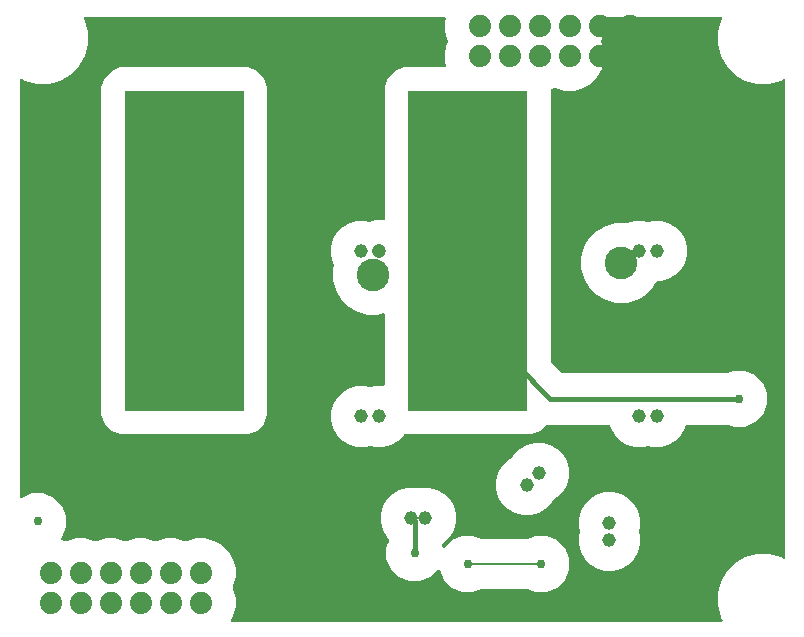
<source format=gbr>
G04 EAGLE Gerber RS-274X export*
G75*
%MOMM*%
%FSLAX34Y34*%
%LPD*%
%INBottom Copper*%
%IPPOS*%
%AMOC8*
5,1,8,0,0,1.08239X$1,22.5*%
G01*
%ADD10C,2.760000*%
%ADD11C,1.879600*%
%ADD12C,0.656400*%
%ADD13C,0.756400*%
%ADD14C,0.406400*%
%ADD15C,1.206400*%
%ADD16C,1.156400*%
%ADD17C,0.200000*%

G36*
X614824Y21007D02*
X614824Y21007D01*
X614867Y21004D01*
X614963Y21027D01*
X615061Y21041D01*
X615100Y21058D01*
X615142Y21068D01*
X615228Y21116D01*
X615318Y21157D01*
X615350Y21185D01*
X615388Y21206D01*
X615457Y21276D01*
X615532Y21340D01*
X615556Y21376D01*
X615586Y21407D01*
X615632Y21493D01*
X615687Y21576D01*
X615699Y21617D01*
X615719Y21655D01*
X615740Y21752D01*
X615769Y21846D01*
X615770Y21889D01*
X615779Y21931D01*
X615771Y22029D01*
X615773Y22128D01*
X615761Y22169D01*
X615758Y22212D01*
X615727Y22292D01*
X615698Y22400D01*
X615666Y22451D01*
X615647Y22500D01*
X614123Y25139D01*
X611499Y34931D01*
X611499Y45069D01*
X614123Y54861D01*
X619192Y63640D01*
X626360Y70808D01*
X635139Y75877D01*
X644931Y78501D01*
X655069Y78501D01*
X664861Y75877D01*
X667500Y74353D01*
X667540Y74337D01*
X667576Y74313D01*
X667671Y74285D01*
X667762Y74248D01*
X667805Y74244D01*
X667846Y74231D01*
X667944Y74230D01*
X668043Y74220D01*
X668085Y74228D01*
X668128Y74227D01*
X668223Y74254D01*
X668320Y74272D01*
X668358Y74291D01*
X668400Y74302D01*
X668484Y74354D01*
X668572Y74399D01*
X668603Y74428D01*
X668640Y74451D01*
X668706Y74524D01*
X668778Y74591D01*
X668800Y74628D01*
X668829Y74660D01*
X668872Y74749D01*
X668922Y74834D01*
X668933Y74875D01*
X668952Y74914D01*
X668965Y74998D01*
X668993Y75107D01*
X668991Y75167D01*
X668999Y75218D01*
X668999Y479782D01*
X668993Y479824D01*
X668996Y479867D01*
X668973Y479963D01*
X668959Y480061D01*
X668942Y480100D01*
X668932Y480142D01*
X668884Y480228D01*
X668843Y480318D01*
X668815Y480350D01*
X668794Y480388D01*
X668724Y480457D01*
X668660Y480532D01*
X668624Y480556D01*
X668593Y480586D01*
X668507Y480632D01*
X668424Y480687D01*
X668383Y480699D01*
X668345Y480719D01*
X668248Y480740D01*
X668154Y480769D01*
X668111Y480770D01*
X668069Y480779D01*
X667971Y480771D01*
X667872Y480773D01*
X667831Y480761D01*
X667788Y480758D01*
X667708Y480727D01*
X667600Y480698D01*
X667549Y480666D01*
X667500Y480647D01*
X664861Y479123D01*
X655069Y476499D01*
X644931Y476499D01*
X635139Y479123D01*
X626360Y484192D01*
X619192Y491360D01*
X614123Y500139D01*
X611499Y509931D01*
X611499Y520069D01*
X614123Y529861D01*
X615070Y531500D01*
X615086Y531540D01*
X615109Y531576D01*
X615138Y531671D01*
X615175Y531762D01*
X615179Y531805D01*
X615192Y531846D01*
X615193Y531944D01*
X615203Y532043D01*
X615195Y532085D01*
X615195Y532128D01*
X615169Y532223D01*
X615151Y532320D01*
X615132Y532358D01*
X615120Y532400D01*
X615068Y532484D01*
X615024Y532572D01*
X614995Y532603D01*
X614972Y532640D01*
X614899Y532706D01*
X614831Y532778D01*
X614795Y532800D01*
X614763Y532829D01*
X614674Y532872D01*
X614589Y532922D01*
X614548Y532933D01*
X614509Y532952D01*
X614424Y532965D01*
X614316Y532993D01*
X614256Y532991D01*
X614204Y532999D01*
X515902Y532999D01*
X515849Y532992D01*
X515795Y532994D01*
X515710Y532972D01*
X515623Y532959D01*
X515574Y532937D01*
X515522Y532924D01*
X515446Y532880D01*
X515366Y532843D01*
X515325Y532808D01*
X515279Y532781D01*
X515218Y532717D01*
X515151Y532660D01*
X515122Y532615D01*
X515085Y532576D01*
X515045Y532498D01*
X514997Y532424D01*
X514981Y532373D01*
X514957Y532325D01*
X514940Y532238D01*
X514915Y532154D01*
X514914Y532101D01*
X514904Y532048D01*
X514912Y531970D01*
X514911Y531872D01*
X514930Y531802D01*
X514937Y531741D01*
X515599Y529270D01*
X515599Y521530D01*
X513595Y514053D01*
X513103Y513200D01*
X513071Y513120D01*
X513030Y513045D01*
X513019Y512990D01*
X512998Y512938D01*
X512989Y512853D01*
X512971Y512769D01*
X512975Y512713D01*
X512970Y512657D01*
X512986Y512573D01*
X512992Y512488D01*
X513011Y512439D01*
X513022Y512380D01*
X513072Y512280D01*
X513103Y512200D01*
X513595Y511347D01*
X515599Y503870D01*
X515599Y496130D01*
X513595Y488653D01*
X509725Y481949D01*
X504251Y476475D01*
X497547Y472605D01*
X490070Y470601D01*
X482330Y470601D01*
X474853Y472605D01*
X474000Y473097D01*
X473920Y473129D01*
X473845Y473170D01*
X473790Y473181D01*
X473738Y473202D01*
X473653Y473211D01*
X473569Y473229D01*
X473513Y473225D01*
X473457Y473230D01*
X473373Y473214D01*
X473288Y473208D01*
X473239Y473189D01*
X473180Y473178D01*
X473080Y473128D01*
X473000Y473097D01*
X472148Y472605D01*
X471122Y472330D01*
X471053Y472301D01*
X470981Y472281D01*
X470924Y472246D01*
X470863Y472219D01*
X470805Y472172D01*
X470741Y472133D01*
X470696Y472083D01*
X470645Y472041D01*
X470603Y471979D01*
X470552Y471923D01*
X470523Y471863D01*
X470485Y471808D01*
X470462Y471737D01*
X470429Y471669D01*
X470420Y471609D01*
X470397Y471540D01*
X470394Y471442D01*
X470382Y471365D01*
X470382Y241191D01*
X470395Y241096D01*
X470400Y241000D01*
X470415Y240957D01*
X470422Y240912D01*
X470461Y240824D01*
X470493Y240734D01*
X470518Y240699D01*
X470538Y240655D01*
X470621Y240558D01*
X470674Y240485D01*
X478834Y232325D01*
X478910Y232268D01*
X478982Y232203D01*
X479023Y232183D01*
X479059Y232156D01*
X479149Y232122D01*
X479236Y232080D01*
X479278Y232074D01*
X479323Y232057D01*
X479451Y232047D01*
X479540Y232033D01*
X620846Y232033D01*
X620887Y232039D01*
X620929Y232036D01*
X621012Y232056D01*
X621125Y232073D01*
X621178Y232097D01*
X621228Y232109D01*
X625269Y233783D01*
X634731Y233783D01*
X643472Y230162D01*
X650162Y223472D01*
X653783Y214731D01*
X653783Y205269D01*
X650162Y196528D01*
X643472Y189838D01*
X634731Y186217D01*
X625269Y186217D01*
X621228Y187891D01*
X621188Y187902D01*
X621150Y187920D01*
X621065Y187933D01*
X620955Y187961D01*
X620896Y187959D01*
X620846Y187967D01*
X585575Y187967D01*
X585500Y187957D01*
X585426Y187956D01*
X585362Y187937D01*
X585295Y187927D01*
X585227Y187897D01*
X585155Y187875D01*
X585099Y187839D01*
X585038Y187811D01*
X584982Y187763D01*
X584919Y187722D01*
X584875Y187671D01*
X584824Y187628D01*
X584783Y187565D01*
X584734Y187509D01*
X584709Y187452D01*
X584670Y187392D01*
X584641Y187298D01*
X584609Y187227D01*
X584026Y185048D01*
X580631Y179169D01*
X575831Y174369D01*
X569952Y170974D01*
X563394Y169217D01*
X556606Y169217D01*
X552759Y170248D01*
X552653Y170261D01*
X552548Y170281D01*
X552515Y170277D01*
X552479Y170282D01*
X552332Y170258D01*
X552241Y170248D01*
X548394Y169217D01*
X541606Y169217D01*
X535048Y170974D01*
X529169Y174369D01*
X524369Y179169D01*
X520974Y185048D01*
X520391Y187227D01*
X520361Y187295D01*
X520341Y187368D01*
X520306Y187425D01*
X520280Y187486D01*
X520232Y187544D01*
X520193Y187608D01*
X520144Y187652D01*
X520101Y187704D01*
X520039Y187747D01*
X519984Y187797D01*
X519924Y187826D01*
X519869Y187864D01*
X519797Y187887D01*
X519730Y187920D01*
X519669Y187929D01*
X519601Y187952D01*
X519503Y187955D01*
X519425Y187967D01*
X467205Y187967D01*
X467110Y187954D01*
X467014Y187949D01*
X466971Y187934D01*
X466926Y187927D01*
X466839Y187888D01*
X466748Y187856D01*
X466713Y187831D01*
X466669Y187811D01*
X466572Y187728D01*
X466499Y187675D01*
X461545Y182721D01*
X454054Y179618D01*
X346468Y179618D01*
X346383Y179606D01*
X346298Y179604D01*
X346244Y179586D01*
X346188Y179578D01*
X346111Y179543D01*
X346029Y179517D01*
X345983Y179485D01*
X345931Y179462D01*
X345867Y179407D01*
X345796Y179359D01*
X345763Y179318D01*
X345717Y179279D01*
X345672Y179209D01*
X340831Y174369D01*
X334952Y170974D01*
X328394Y169217D01*
X321606Y169217D01*
X317759Y170248D01*
X317653Y170261D01*
X317548Y170281D01*
X317515Y170277D01*
X317479Y170282D01*
X317332Y170258D01*
X317241Y170248D01*
X313394Y169217D01*
X306606Y169217D01*
X300048Y170974D01*
X294169Y174369D01*
X289369Y179169D01*
X285974Y185048D01*
X284217Y191606D01*
X284217Y198394D01*
X285974Y204952D01*
X289369Y210831D01*
X294169Y215631D01*
X300048Y219026D01*
X306606Y220783D01*
X313394Y220783D01*
X317241Y219752D01*
X317347Y219739D01*
X317452Y219719D01*
X317485Y219723D01*
X317521Y219718D01*
X317668Y219742D01*
X317759Y219752D01*
X321606Y220783D01*
X328422Y220783D01*
X328465Y220770D01*
X328553Y220769D01*
X328640Y220758D01*
X328693Y220767D01*
X328747Y220766D01*
X328832Y220789D01*
X328918Y220804D01*
X328967Y220827D01*
X329019Y220841D01*
X329094Y220887D01*
X329173Y220925D01*
X329213Y220961D01*
X329259Y220989D01*
X329318Y221055D01*
X329383Y221113D01*
X329412Y221159D01*
X329448Y221199D01*
X329486Y221278D01*
X329533Y221352D01*
X329547Y221404D01*
X329571Y221452D01*
X329583Y221530D01*
X329609Y221624D01*
X329609Y221696D01*
X329618Y221757D01*
X329618Y281282D01*
X329611Y281335D01*
X329613Y281389D01*
X329591Y281474D01*
X329578Y281561D01*
X329556Y281610D01*
X329543Y281662D01*
X329499Y281738D01*
X329462Y281818D01*
X329427Y281859D01*
X329400Y281905D01*
X329336Y281965D01*
X329279Y282032D01*
X329234Y282062D01*
X329195Y282098D01*
X329117Y282139D01*
X329043Y282187D01*
X328992Y282202D01*
X328944Y282227D01*
X328857Y282243D01*
X328773Y282269D01*
X328720Y282270D01*
X328667Y282280D01*
X328589Y282272D01*
X328491Y282273D01*
X328421Y282254D01*
X328360Y282247D01*
X324450Y281199D01*
X315550Y281199D01*
X306953Y283503D01*
X299246Y287953D01*
X292953Y294246D01*
X288503Y301953D01*
X286199Y310550D01*
X286199Y319450D01*
X287045Y322608D01*
X287057Y322703D01*
X287077Y322797D01*
X287074Y322842D01*
X287079Y322888D01*
X287064Y322983D01*
X287057Y323078D01*
X287041Y323118D01*
X287033Y323166D01*
X286978Y323281D01*
X286946Y323366D01*
X285974Y325048D01*
X284217Y331606D01*
X284217Y338394D01*
X285974Y344952D01*
X289369Y350831D01*
X294169Y355631D01*
X300048Y359026D01*
X306606Y360783D01*
X313394Y360783D01*
X316758Y359881D01*
X316864Y359869D01*
X316969Y359848D01*
X317002Y359852D01*
X317038Y359848D01*
X317185Y359872D01*
X317276Y359881D01*
X321573Y361033D01*
X328451Y361033D01*
X328465Y361029D01*
X328553Y361027D01*
X328640Y361017D01*
X328693Y361026D01*
X328747Y361025D01*
X328832Y361048D01*
X328919Y361063D01*
X328967Y361086D01*
X329019Y361100D01*
X329094Y361146D01*
X329173Y361184D01*
X329213Y361220D01*
X329259Y361248D01*
X329318Y361314D01*
X329383Y361372D01*
X329412Y361418D01*
X329448Y361457D01*
X329486Y361537D01*
X329533Y361611D01*
X329547Y361663D01*
X329571Y361711D01*
X329583Y361789D01*
X329609Y361883D01*
X329609Y361955D01*
X329618Y362016D01*
X329618Y474054D01*
X332721Y481545D01*
X338455Y487279D01*
X345946Y490382D01*
X380839Y490382D01*
X380892Y490389D01*
X380946Y490387D01*
X381031Y490409D01*
X381118Y490422D01*
X381167Y490444D01*
X381219Y490457D01*
X381295Y490502D01*
X381375Y490538D01*
X381416Y490573D01*
X381462Y490600D01*
X381523Y490664D01*
X381590Y490721D01*
X381619Y490766D01*
X381656Y490805D01*
X381696Y490883D01*
X381744Y490957D01*
X381760Y491008D01*
X381784Y491056D01*
X381801Y491143D01*
X381826Y491227D01*
X381827Y491280D01*
X381837Y491333D01*
X381829Y491411D01*
X381830Y491509D01*
X381811Y491579D01*
X381804Y491640D01*
X380601Y496130D01*
X380601Y503870D01*
X382605Y511347D01*
X383097Y512200D01*
X383129Y512280D01*
X383170Y512355D01*
X383181Y512410D01*
X383202Y512462D01*
X383211Y512547D01*
X383229Y512631D01*
X383225Y512687D01*
X383230Y512743D01*
X383214Y512827D01*
X383208Y512912D01*
X383189Y512961D01*
X383178Y513020D01*
X383128Y513120D01*
X383097Y513200D01*
X382605Y514053D01*
X380601Y521530D01*
X380601Y529270D01*
X381263Y531741D01*
X381270Y531795D01*
X381285Y531846D01*
X381287Y531934D01*
X381297Y532021D01*
X381288Y532074D01*
X381289Y532128D01*
X381266Y532213D01*
X381251Y532300D01*
X381228Y532348D01*
X381214Y532400D01*
X381168Y532475D01*
X381130Y532554D01*
X381094Y532594D01*
X381066Y532640D01*
X381000Y532699D01*
X380942Y532764D01*
X380896Y532793D01*
X380857Y532829D01*
X380777Y532867D01*
X380703Y532914D01*
X380651Y532928D01*
X380603Y532952D01*
X380525Y532964D01*
X380431Y532990D01*
X380359Y532990D01*
X380298Y532999D01*
X75796Y532999D01*
X75753Y532993D01*
X75710Y532996D01*
X75614Y532973D01*
X75516Y532959D01*
X75477Y532942D01*
X75435Y532932D01*
X75349Y532884D01*
X75260Y532843D01*
X75227Y532815D01*
X75189Y532794D01*
X75120Y532724D01*
X75045Y532660D01*
X75022Y532624D01*
X74992Y532593D01*
X74945Y532507D01*
X74891Y532424D01*
X74878Y532383D01*
X74858Y532345D01*
X74837Y532248D01*
X74808Y532154D01*
X74808Y532111D01*
X74799Y532069D01*
X74806Y531971D01*
X74805Y531872D01*
X74816Y531831D01*
X74819Y531788D01*
X74850Y531708D01*
X74880Y531600D01*
X74912Y531549D01*
X74930Y531500D01*
X75877Y529861D01*
X78501Y520069D01*
X78501Y509931D01*
X75877Y500139D01*
X70808Y491360D01*
X63640Y484192D01*
X54861Y479123D01*
X45069Y476499D01*
X34931Y476499D01*
X25139Y479123D01*
X22500Y480647D01*
X22460Y480663D01*
X22424Y480687D01*
X22329Y480715D01*
X22238Y480752D01*
X22195Y480756D01*
X22154Y480769D01*
X22056Y480770D01*
X21957Y480780D01*
X21915Y480772D01*
X21872Y480773D01*
X21777Y480746D01*
X21680Y480728D01*
X21642Y480709D01*
X21600Y480698D01*
X21516Y480646D01*
X21428Y480601D01*
X21397Y480572D01*
X21360Y480549D01*
X21294Y480476D01*
X21222Y480409D01*
X21200Y480372D01*
X21171Y480340D01*
X21128Y480251D01*
X21078Y480166D01*
X21067Y480125D01*
X21048Y480086D01*
X21035Y480002D01*
X21007Y479893D01*
X21009Y479833D01*
X21001Y479782D01*
X21001Y127025D01*
X21017Y126907D01*
X21029Y126789D01*
X21037Y126768D01*
X21041Y126746D01*
X21089Y126638D01*
X21133Y126527D01*
X21147Y126509D01*
X21157Y126489D01*
X21234Y126399D01*
X21307Y126305D01*
X21325Y126292D01*
X21340Y126274D01*
X21440Y126209D01*
X21536Y126140D01*
X21557Y126132D01*
X21576Y126120D01*
X21690Y126085D01*
X21801Y126046D01*
X21824Y126044D01*
X21846Y126038D01*
X21964Y126036D01*
X22083Y126029D01*
X22104Y126034D01*
X22128Y126034D01*
X22307Y126083D01*
X22382Y126102D01*
X31269Y129783D01*
X40731Y129783D01*
X49472Y126162D01*
X56162Y119472D01*
X59783Y110731D01*
X59783Y101269D01*
X56162Y92528D01*
X55692Y92058D01*
X55667Y92024D01*
X55634Y91996D01*
X55582Y91912D01*
X55523Y91833D01*
X55508Y91793D01*
X55485Y91756D01*
X55458Y91661D01*
X55423Y91569D01*
X55420Y91526D01*
X55408Y91485D01*
X55409Y91386D01*
X55402Y91288D01*
X55410Y91246D01*
X55411Y91203D01*
X55439Y91109D01*
X55459Y91012D01*
X55479Y90974D01*
X55492Y90933D01*
X55545Y90850D01*
X55592Y90763D01*
X55622Y90732D01*
X55645Y90696D01*
X55720Y90631D01*
X55788Y90561D01*
X55826Y90540D01*
X55858Y90511D01*
X55936Y90477D01*
X56034Y90422D01*
X56093Y90408D01*
X56140Y90387D01*
X58347Y89795D01*
X59200Y89303D01*
X59280Y89271D01*
X59355Y89230D01*
X59410Y89219D01*
X59462Y89198D01*
X59547Y89189D01*
X59631Y89171D01*
X59687Y89175D01*
X59743Y89170D01*
X59827Y89186D01*
X59912Y89192D01*
X59961Y89210D01*
X60020Y89222D01*
X60120Y89272D01*
X60200Y89303D01*
X61053Y89795D01*
X68530Y91799D01*
X76270Y91799D01*
X83747Y89795D01*
X84600Y89303D01*
X84680Y89271D01*
X84755Y89230D01*
X84810Y89219D01*
X84862Y89198D01*
X84947Y89189D01*
X85031Y89171D01*
X85087Y89175D01*
X85143Y89170D01*
X85227Y89186D01*
X85312Y89192D01*
X85361Y89211D01*
X85420Y89222D01*
X85520Y89272D01*
X85600Y89303D01*
X86453Y89795D01*
X93930Y91799D01*
X101670Y91799D01*
X109147Y89795D01*
X110000Y89303D01*
X110080Y89271D01*
X110155Y89230D01*
X110210Y89219D01*
X110262Y89198D01*
X110347Y89189D01*
X110431Y89171D01*
X110487Y89175D01*
X110543Y89170D01*
X110627Y89186D01*
X110712Y89192D01*
X110761Y89211D01*
X110820Y89222D01*
X110920Y89272D01*
X111000Y89303D01*
X111853Y89795D01*
X119330Y91799D01*
X127070Y91799D01*
X134547Y89795D01*
X135400Y89303D01*
X135480Y89271D01*
X135555Y89230D01*
X135610Y89219D01*
X135662Y89198D01*
X135747Y89189D01*
X135831Y89171D01*
X135887Y89175D01*
X135943Y89170D01*
X136027Y89186D01*
X136112Y89192D01*
X136161Y89211D01*
X136220Y89222D01*
X136320Y89272D01*
X136400Y89303D01*
X137253Y89795D01*
X144730Y91799D01*
X152470Y91799D01*
X159947Y89795D01*
X160800Y89303D01*
X160880Y89271D01*
X160955Y89230D01*
X161010Y89219D01*
X161062Y89198D01*
X161147Y89189D01*
X161231Y89171D01*
X161287Y89175D01*
X161343Y89170D01*
X161427Y89186D01*
X161512Y89192D01*
X161561Y89211D01*
X161620Y89222D01*
X161720Y89272D01*
X161800Y89303D01*
X162653Y89795D01*
X170130Y91799D01*
X177870Y91799D01*
X185347Y89795D01*
X192051Y85925D01*
X197525Y80451D01*
X201395Y73747D01*
X203399Y66270D01*
X203399Y58530D01*
X201395Y51053D01*
X200903Y50200D01*
X200871Y50120D01*
X200830Y50045D01*
X200819Y49990D01*
X200798Y49938D01*
X200789Y49853D01*
X200771Y49769D01*
X200775Y49713D01*
X200770Y49657D01*
X200786Y49573D01*
X200792Y49488D01*
X200811Y49439D01*
X200822Y49380D01*
X200872Y49280D01*
X200903Y49200D01*
X201395Y48347D01*
X203399Y40870D01*
X203399Y33130D01*
X201395Y25653D01*
X199575Y22500D01*
X199559Y22460D01*
X199535Y22424D01*
X199507Y22329D01*
X199470Y22238D01*
X199466Y22195D01*
X199453Y22154D01*
X199452Y22056D01*
X199442Y21957D01*
X199450Y21915D01*
X199449Y21872D01*
X199476Y21777D01*
X199494Y21680D01*
X199513Y21642D01*
X199524Y21600D01*
X199576Y21516D01*
X199621Y21428D01*
X199650Y21397D01*
X199673Y21360D01*
X199746Y21294D01*
X199813Y21222D01*
X199850Y21200D01*
X199882Y21171D01*
X199971Y21128D01*
X200056Y21078D01*
X200097Y21067D01*
X200136Y21048D01*
X200220Y21035D01*
X200329Y21007D01*
X200389Y21009D01*
X200440Y21001D01*
X614782Y21001D01*
X614824Y21007D01*
G37*
%LPC*%
G36*
X105946Y179618D02*
X105946Y179618D01*
X98455Y182721D01*
X92721Y188455D01*
X89618Y195946D01*
X89618Y474054D01*
X92721Y481545D01*
X98455Y487279D01*
X105946Y490382D01*
X214054Y490382D01*
X221545Y487279D01*
X227279Y481545D01*
X230382Y474054D01*
X230382Y195946D01*
X227279Y188455D01*
X221545Y182721D01*
X214054Y179618D01*
X105946Y179618D01*
G37*
%LPD*%
G36*
X210050Y199631D02*
X210050Y199631D01*
X210101Y199633D01*
X210133Y199651D01*
X210169Y199659D01*
X210208Y199692D01*
X210253Y199716D01*
X210274Y199746D01*
X210302Y199769D01*
X210323Y199816D01*
X210353Y199858D01*
X210361Y199900D01*
X210373Y199928D01*
X210372Y199958D01*
X210380Y200000D01*
X210380Y470000D01*
X210369Y470050D01*
X210367Y470101D01*
X210349Y470133D01*
X210341Y470169D01*
X210308Y470208D01*
X210284Y470253D01*
X210254Y470274D01*
X210231Y470302D01*
X210184Y470323D01*
X210142Y470353D01*
X210100Y470361D01*
X210072Y470373D01*
X210042Y470372D01*
X210000Y470380D01*
X110000Y470380D01*
X109950Y470369D01*
X109899Y470367D01*
X109867Y470349D01*
X109831Y470341D01*
X109792Y470308D01*
X109747Y470284D01*
X109726Y470254D01*
X109698Y470231D01*
X109677Y470184D01*
X109647Y470142D01*
X109639Y470100D01*
X109627Y470072D01*
X109628Y470052D01*
X109627Y470050D01*
X109627Y470038D01*
X109620Y470000D01*
X109620Y200000D01*
X109631Y199950D01*
X109633Y199899D01*
X109651Y199867D01*
X109659Y199831D01*
X109692Y199792D01*
X109716Y199747D01*
X109746Y199726D01*
X109769Y199698D01*
X109816Y199677D01*
X109858Y199647D01*
X109900Y199639D01*
X109928Y199627D01*
X109958Y199628D01*
X110000Y199620D01*
X210000Y199620D01*
X210050Y199631D01*
G37*
G36*
X450050Y199631D02*
X450050Y199631D01*
X450101Y199633D01*
X450133Y199651D01*
X450169Y199659D01*
X450208Y199692D01*
X450253Y199716D01*
X450274Y199746D01*
X450302Y199769D01*
X450323Y199816D01*
X450353Y199858D01*
X450361Y199900D01*
X450373Y199928D01*
X450372Y199958D01*
X450380Y200000D01*
X450380Y470000D01*
X450369Y470050D01*
X450367Y470101D01*
X450349Y470133D01*
X450341Y470169D01*
X450308Y470208D01*
X450284Y470253D01*
X450254Y470274D01*
X450231Y470302D01*
X450184Y470323D01*
X450142Y470353D01*
X450100Y470361D01*
X450072Y470373D01*
X450042Y470372D01*
X450000Y470380D01*
X350000Y470380D01*
X349950Y470369D01*
X349899Y470367D01*
X349867Y470349D01*
X349831Y470341D01*
X349792Y470308D01*
X349747Y470284D01*
X349726Y470254D01*
X349698Y470231D01*
X349677Y470184D01*
X349647Y470142D01*
X349639Y470100D01*
X349627Y470072D01*
X349628Y470052D01*
X349627Y470050D01*
X349627Y470038D01*
X349620Y470000D01*
X349620Y200000D01*
X349631Y199950D01*
X349633Y199899D01*
X349651Y199867D01*
X349659Y199831D01*
X349692Y199792D01*
X349716Y199747D01*
X349746Y199726D01*
X349769Y199698D01*
X349816Y199677D01*
X349858Y199647D01*
X349900Y199639D01*
X349928Y199627D01*
X349958Y199628D01*
X350000Y199620D01*
X450000Y199620D01*
X450050Y199631D01*
G37*
%LPC*%
G36*
X395269Y46217D02*
X395269Y46217D01*
X386528Y49838D01*
X379838Y56528D01*
X376405Y64817D01*
X376344Y64919D01*
X376289Y65024D01*
X376273Y65040D01*
X376261Y65060D01*
X376175Y65141D01*
X376092Y65226D01*
X376072Y65237D01*
X376055Y65253D01*
X375950Y65306D01*
X375846Y65365D01*
X375824Y65370D01*
X375804Y65380D01*
X375688Y65402D01*
X375572Y65430D01*
X375549Y65429D01*
X375527Y65433D01*
X375409Y65421D01*
X375290Y65415D01*
X375269Y65408D01*
X375246Y65406D01*
X375136Y65362D01*
X375024Y65323D01*
X375006Y65310D01*
X374984Y65301D01*
X374837Y65187D01*
X374775Y65141D01*
X368472Y58838D01*
X359731Y55217D01*
X350269Y55217D01*
X341528Y58838D01*
X334838Y65528D01*
X331217Y74269D01*
X331217Y83731D01*
X332891Y87772D01*
X332902Y87812D01*
X332920Y87850D01*
X332933Y87935D01*
X332961Y88045D01*
X332959Y88104D01*
X332967Y88154D01*
X332967Y91157D01*
X332954Y91251D01*
X332949Y91348D01*
X332934Y91391D01*
X332927Y91436D01*
X332888Y91523D01*
X332856Y91614D01*
X332831Y91649D01*
X332811Y91693D01*
X332728Y91790D01*
X332675Y91863D01*
X331535Y93003D01*
X328140Y98882D01*
X326383Y105439D01*
X326383Y112228D01*
X328140Y118786D01*
X331535Y124665D01*
X336335Y129465D01*
X342214Y132860D01*
X348772Y134617D01*
X355561Y134617D01*
X357908Y133988D01*
X358013Y133975D01*
X358118Y133955D01*
X358151Y133958D01*
X358188Y133954D01*
X358334Y133978D01*
X358425Y133988D01*
X360772Y134617D01*
X367561Y134617D01*
X374118Y132860D01*
X379997Y129465D01*
X384797Y124665D01*
X388192Y118786D01*
X389949Y112228D01*
X389949Y105439D01*
X388192Y98882D01*
X384797Y93003D01*
X379997Y88203D01*
X378281Y87212D01*
X378166Y87122D01*
X378061Y87040D01*
X378060Y87039D01*
X378059Y87038D01*
X377978Y86924D01*
X377896Y86811D01*
X377896Y86810D01*
X377895Y86809D01*
X377848Y86675D01*
X377802Y86545D01*
X377801Y86544D01*
X377801Y86543D01*
X377793Y86399D01*
X377785Y86264D01*
X377785Y86262D01*
X377785Y86261D01*
X377849Y85986D01*
X377855Y85975D01*
X377858Y85964D01*
X378595Y84183D01*
X378656Y84081D01*
X378711Y83976D01*
X378727Y83960D01*
X378739Y83940D01*
X378825Y83859D01*
X378908Y83774D01*
X378928Y83763D01*
X378945Y83747D01*
X379050Y83694D01*
X379154Y83635D01*
X379176Y83630D01*
X379196Y83620D01*
X379312Y83598D01*
X379428Y83570D01*
X379451Y83571D01*
X379473Y83567D01*
X379591Y83579D01*
X379710Y83585D01*
X379731Y83592D01*
X379754Y83594D01*
X379864Y83638D01*
X379976Y83677D01*
X379994Y83690D01*
X380016Y83699D01*
X380163Y83813D01*
X380225Y83859D01*
X386528Y90162D01*
X395269Y93783D01*
X404731Y93783D01*
X411263Y91077D01*
X411304Y91066D01*
X411341Y91048D01*
X411426Y91035D01*
X411537Y91007D01*
X411595Y91009D01*
X411646Y91001D01*
X450354Y91001D01*
X450395Y91007D01*
X450437Y91004D01*
X450521Y91024D01*
X450633Y91041D01*
X450687Y91065D01*
X450737Y91077D01*
X457269Y93783D01*
X466731Y93783D01*
X475472Y90162D01*
X482162Y83472D01*
X485783Y74731D01*
X485783Y65269D01*
X482162Y56528D01*
X475472Y49838D01*
X466731Y46217D01*
X457269Y46217D01*
X450737Y48923D01*
X450711Y48930D01*
X450706Y48932D01*
X450696Y48934D01*
X450659Y48952D01*
X450574Y48965D01*
X450463Y48993D01*
X450405Y48991D01*
X450354Y48999D01*
X411646Y48999D01*
X411605Y48993D01*
X411563Y48996D01*
X411479Y48976D01*
X411367Y48959D01*
X411325Y48941D01*
X411319Y48940D01*
X411304Y48933D01*
X411263Y48923D01*
X404731Y46217D01*
X395269Y46217D01*
G37*
%LPD*%
%LPC*%
G36*
X525550Y291199D02*
X525550Y291199D01*
X516953Y293503D01*
X509246Y297953D01*
X502953Y304246D01*
X498503Y311953D01*
X496199Y320550D01*
X496199Y329450D01*
X498503Y338047D01*
X502953Y345754D01*
X509246Y352047D01*
X516953Y356497D01*
X525550Y358801D01*
X534391Y358801D01*
X534496Y358816D01*
X534603Y358823D01*
X534634Y358835D01*
X534670Y358841D01*
X534805Y358902D01*
X534890Y358935D01*
X535048Y359026D01*
X541606Y360783D01*
X548394Y360783D01*
X552241Y359752D01*
X552347Y359739D01*
X552452Y359719D01*
X552485Y359723D01*
X552521Y359718D01*
X552668Y359742D01*
X552759Y359752D01*
X556606Y360783D01*
X563394Y360783D01*
X569952Y359026D01*
X575831Y355631D01*
X580631Y350831D01*
X584026Y344952D01*
X585783Y338394D01*
X585783Y331606D01*
X584026Y325048D01*
X580631Y319169D01*
X575831Y314369D01*
X569952Y310974D01*
X563394Y309217D01*
X560494Y309217D01*
X560410Y309205D01*
X560324Y309203D01*
X560271Y309185D01*
X560215Y309177D01*
X560137Y309142D01*
X560056Y309116D01*
X560009Y309084D01*
X559958Y309061D01*
X559893Y309006D01*
X559823Y308958D01*
X559790Y308917D01*
X559744Y308878D01*
X559683Y308784D01*
X559629Y308718D01*
X557047Y304246D01*
X550754Y297953D01*
X543047Y293503D01*
X534450Y291199D01*
X525550Y291199D01*
G37*
%LPD*%
%LPC*%
G36*
X516606Y64217D02*
X516606Y64217D01*
X510048Y65974D01*
X504169Y69369D01*
X499369Y74169D01*
X495974Y80048D01*
X494217Y86606D01*
X494217Y93394D01*
X495248Y97241D01*
X495261Y97347D01*
X495281Y97452D01*
X495277Y97485D01*
X495282Y97521D01*
X495258Y97668D01*
X495248Y97759D01*
X494217Y101606D01*
X494217Y108394D01*
X495974Y114952D01*
X499369Y120831D01*
X504169Y125631D01*
X510048Y129026D01*
X516606Y130783D01*
X523394Y130783D01*
X529952Y129026D01*
X535831Y125631D01*
X540631Y120831D01*
X544026Y114952D01*
X545783Y108394D01*
X545783Y101606D01*
X544752Y97759D01*
X544739Y97653D01*
X544719Y97548D01*
X544723Y97515D01*
X544718Y97479D01*
X544742Y97332D01*
X544752Y97241D01*
X545783Y93394D01*
X545783Y86606D01*
X544026Y80048D01*
X540631Y74169D01*
X535831Y69369D01*
X529952Y65974D01*
X523394Y64217D01*
X516606Y64217D01*
G37*
%LPD*%
%LPC*%
G36*
X446606Y111217D02*
X446606Y111217D01*
X440048Y112974D01*
X434169Y116369D01*
X429369Y121169D01*
X425974Y127048D01*
X424217Y133606D01*
X424217Y140394D01*
X425974Y146952D01*
X429369Y152831D01*
X434169Y157631D01*
X437234Y159401D01*
X437318Y159467D01*
X437406Y159526D01*
X437426Y159552D01*
X437456Y159575D01*
X437542Y159695D01*
X437599Y159766D01*
X439369Y162831D01*
X444169Y167631D01*
X450048Y171026D01*
X456606Y172783D01*
X463394Y172783D01*
X469952Y171026D01*
X475831Y167631D01*
X480631Y162831D01*
X484026Y156952D01*
X485783Y150394D01*
X485783Y143606D01*
X484026Y137048D01*
X480631Y131169D01*
X475831Y126369D01*
X472766Y124599D01*
X472682Y124533D01*
X472594Y124474D01*
X472574Y124448D01*
X472544Y124425D01*
X472458Y124305D01*
X472401Y124234D01*
X470631Y121169D01*
X465831Y116369D01*
X459952Y112974D01*
X453394Y111217D01*
X446606Y111217D01*
G37*
%LPD*%
D10*
X320000Y315000D03*
X530000Y325000D03*
X556000Y458000D03*
X652000Y121000D03*
D11*
X47000Y37000D03*
X47000Y62400D03*
X72400Y37000D03*
X72400Y62400D03*
X97800Y37000D03*
X97800Y62400D03*
X123200Y37000D03*
X123200Y62400D03*
X148600Y37000D03*
X148600Y62400D03*
X174000Y37000D03*
X174000Y62400D03*
X410000Y500000D03*
X410000Y525400D03*
X435400Y500000D03*
X435400Y525400D03*
X460800Y500000D03*
X460800Y525400D03*
X486200Y500000D03*
X486200Y525400D03*
X511600Y500000D03*
X511600Y525400D03*
X537000Y500000D03*
X537000Y525400D03*
D12*
X360000Y460000D03*
X360000Y450000D03*
X360000Y440000D03*
X360000Y430000D03*
X360000Y420000D03*
X360000Y410000D03*
X360000Y400000D03*
X360000Y390000D03*
X360000Y380000D03*
X360000Y370000D03*
X360000Y360000D03*
X360000Y350000D03*
X370000Y360000D03*
X370000Y370000D03*
X370000Y380000D03*
X370000Y390000D03*
X370000Y400000D03*
X370000Y410000D03*
X370000Y420000D03*
X370000Y430000D03*
X370000Y440000D03*
X370000Y450000D03*
X370000Y460000D03*
X380000Y460000D03*
X380000Y450000D03*
X380000Y440000D03*
X380000Y430000D03*
X380000Y420000D03*
X380000Y410000D03*
X380000Y400000D03*
X380000Y390000D03*
X380000Y380000D03*
X380000Y370000D03*
X380000Y360000D03*
X380000Y350000D03*
X390000Y460000D03*
X390000Y450000D03*
X390000Y440000D03*
X390000Y430000D03*
X390000Y420000D03*
X390000Y410000D03*
X390000Y400000D03*
X390000Y390000D03*
X390000Y380000D03*
X390000Y370000D03*
X390000Y360000D03*
X390000Y350000D03*
X390000Y340000D03*
X400000Y340000D03*
X400000Y350000D03*
X400000Y360000D03*
X400000Y370000D03*
X400000Y380000D03*
X400000Y390000D03*
X400000Y400000D03*
X400000Y410000D03*
X400000Y420000D03*
X400000Y430000D03*
X400000Y440000D03*
X400000Y450000D03*
X400000Y460000D03*
X410000Y460000D03*
X410000Y450000D03*
X410000Y440000D03*
X410000Y430000D03*
X410000Y420000D03*
X410000Y410000D03*
X410000Y400000D03*
X410000Y390000D03*
X410000Y380000D03*
X410000Y370000D03*
X410000Y360000D03*
X410000Y350000D03*
X410000Y340000D03*
X420000Y460000D03*
X420000Y450000D03*
X420000Y440000D03*
X420000Y430000D03*
X420000Y420000D03*
X420000Y410000D03*
X420000Y400000D03*
X420000Y390000D03*
X420000Y380000D03*
X420000Y370000D03*
X420000Y360000D03*
X420000Y350000D03*
X420000Y340000D03*
X430000Y340000D03*
X430000Y350000D03*
X430000Y360000D03*
X430000Y370000D03*
X430000Y380000D03*
X430000Y390000D03*
X430000Y400000D03*
X430000Y410000D03*
X430000Y420000D03*
X430000Y430000D03*
X430000Y440000D03*
X430000Y450000D03*
X430000Y460000D03*
X440000Y460000D03*
X440000Y450000D03*
X440000Y440000D03*
X440000Y430000D03*
X440000Y420000D03*
X440000Y410000D03*
X440000Y400000D03*
X440000Y390000D03*
X440000Y380000D03*
X440000Y370000D03*
X440000Y360000D03*
X440000Y350000D03*
X440000Y340000D03*
X360000Y320000D03*
X360000Y310000D03*
X360000Y300000D03*
X360000Y290000D03*
X360000Y280000D03*
X360000Y270000D03*
X360000Y260000D03*
X360000Y250000D03*
X360000Y240000D03*
X360000Y230000D03*
X360000Y220000D03*
X360000Y210000D03*
X370000Y210000D03*
X370000Y220000D03*
X370000Y230000D03*
X370000Y240000D03*
X370000Y250000D03*
X370000Y260000D03*
X370000Y270000D03*
X370000Y280000D03*
X370000Y290000D03*
X370000Y300000D03*
X370000Y310000D03*
X380000Y320000D03*
X380000Y310000D03*
X380000Y300000D03*
X380000Y290000D03*
X380000Y280000D03*
X380000Y270000D03*
X380000Y260000D03*
X380000Y250000D03*
X380000Y240000D03*
X380000Y230000D03*
X380000Y220000D03*
X380000Y210000D03*
X390000Y330000D03*
X390000Y320000D03*
X390000Y310000D03*
X390000Y300000D03*
X390000Y290000D03*
X390000Y280000D03*
X390000Y270000D03*
X390000Y260000D03*
X390000Y250000D03*
X390000Y240000D03*
X390000Y230000D03*
X390000Y220000D03*
X390000Y210000D03*
X400000Y210000D03*
X400000Y220000D03*
X400000Y230000D03*
X400000Y240000D03*
X400000Y250000D03*
X400000Y260000D03*
X400000Y270000D03*
X400000Y280000D03*
X400000Y290000D03*
X400000Y300000D03*
X400000Y310000D03*
X400000Y320000D03*
X400000Y330000D03*
X410000Y330000D03*
X410000Y320000D03*
X410000Y310000D03*
X410000Y300000D03*
X410000Y290000D03*
X410000Y280000D03*
X410000Y270000D03*
X410000Y260000D03*
X410000Y250000D03*
X410000Y240000D03*
X410000Y230000D03*
X410000Y220000D03*
X410000Y210000D03*
X420000Y330000D03*
X420000Y320000D03*
X420000Y310000D03*
X420000Y300000D03*
X420000Y290000D03*
X420000Y280000D03*
X420000Y270000D03*
X420000Y260000D03*
X420000Y250000D03*
X420000Y240000D03*
X420000Y230000D03*
X420000Y220000D03*
X420000Y210000D03*
X430000Y210000D03*
X430000Y220000D03*
X430000Y230000D03*
X430000Y240000D03*
X430000Y250000D03*
X430000Y260000D03*
X430000Y270000D03*
X430000Y280000D03*
X430000Y290000D03*
X430000Y300000D03*
X430000Y310000D03*
X430000Y320000D03*
X430000Y330000D03*
X440000Y330000D03*
X440000Y320000D03*
X440000Y310000D03*
X440000Y300000D03*
X440000Y290000D03*
X440000Y280000D03*
X440000Y270000D03*
X440000Y260000D03*
X440000Y250000D03*
X440000Y240000D03*
X440000Y230000D03*
X440000Y220000D03*
X440000Y210000D03*
D13*
X630000Y210000D03*
D14*
X470000Y210000D01*
X440000Y240000D01*
D12*
X120000Y460000D03*
X120000Y450000D03*
X120000Y440000D03*
X120000Y430000D03*
X120000Y420000D03*
X120000Y410000D03*
X120000Y400000D03*
X120000Y390000D03*
X120000Y380000D03*
X120000Y370000D03*
X120000Y360000D03*
X130000Y340000D03*
X130000Y350000D03*
X130000Y360000D03*
X130000Y370000D03*
X130000Y380000D03*
X130000Y390000D03*
X130000Y400000D03*
X130000Y410000D03*
X130000Y420000D03*
X130000Y430000D03*
X130000Y440000D03*
X130000Y450000D03*
X130000Y460000D03*
X140000Y460000D03*
X140000Y450000D03*
X140000Y440000D03*
X140000Y430000D03*
X140000Y420000D03*
X140000Y410000D03*
X140000Y400000D03*
X140000Y390000D03*
X140000Y380000D03*
X140000Y370000D03*
X140000Y360000D03*
X140000Y350000D03*
X140000Y340000D03*
X150000Y460000D03*
X150000Y450000D03*
X150000Y440000D03*
X150000Y430000D03*
X150000Y420000D03*
X150000Y410000D03*
X150000Y400000D03*
X150000Y390000D03*
X150000Y380000D03*
X150000Y370000D03*
X150000Y360000D03*
X150000Y350000D03*
X150000Y340000D03*
X160000Y340000D03*
X160000Y350000D03*
X160000Y360000D03*
X160000Y370000D03*
X160000Y380000D03*
X160000Y390000D03*
X160000Y400000D03*
X160000Y410000D03*
X160000Y420000D03*
X160000Y430000D03*
X160000Y440000D03*
X160000Y450000D03*
X160000Y460000D03*
X170000Y460000D03*
X170000Y450000D03*
X170000Y440000D03*
X170000Y430000D03*
X170000Y420000D03*
X170000Y410000D03*
X170000Y400000D03*
X170000Y390000D03*
X170000Y380000D03*
X170000Y370000D03*
X170000Y360000D03*
X170000Y350000D03*
X170000Y340000D03*
X180000Y460000D03*
X180000Y450000D03*
X180000Y440000D03*
X180000Y430000D03*
X180000Y420000D03*
X180000Y410000D03*
X180000Y400000D03*
X180000Y390000D03*
X180000Y380000D03*
X180000Y370000D03*
X180000Y360000D03*
X180000Y350000D03*
X180000Y340000D03*
X190000Y340000D03*
X190000Y350000D03*
X190000Y360000D03*
X190000Y370000D03*
X190000Y380000D03*
X190000Y390000D03*
X190000Y400000D03*
X190000Y410000D03*
X190000Y420000D03*
X190000Y430000D03*
X190000Y440000D03*
X190000Y450000D03*
X190000Y460000D03*
X200000Y460000D03*
X200000Y450000D03*
X200000Y440000D03*
X200000Y430000D03*
X200000Y420000D03*
X200000Y410000D03*
X200000Y400000D03*
X200000Y390000D03*
X200000Y380000D03*
X200000Y370000D03*
X200000Y360000D03*
X200000Y350000D03*
X200000Y340000D03*
X120000Y320000D03*
X120000Y310000D03*
X120000Y300000D03*
X120000Y290000D03*
X120000Y280000D03*
X120000Y270000D03*
X120000Y260000D03*
X120000Y250000D03*
X120000Y240000D03*
X120000Y230000D03*
X120000Y220000D03*
X120000Y210000D03*
X130000Y210000D03*
X130000Y220000D03*
X130000Y230000D03*
X130000Y240000D03*
X130000Y250000D03*
X130000Y260000D03*
X130000Y270000D03*
X130000Y280000D03*
X130000Y290000D03*
X130000Y300000D03*
X130000Y310000D03*
X130000Y320000D03*
X130000Y330000D03*
X140000Y330000D03*
X140000Y320000D03*
X140000Y310000D03*
X140000Y300000D03*
X140000Y290000D03*
X140000Y280000D03*
X140000Y270000D03*
X140000Y260000D03*
X140000Y250000D03*
X140000Y240000D03*
X140000Y230000D03*
X140000Y220000D03*
X140000Y210000D03*
X150000Y330000D03*
X150000Y320000D03*
X150000Y310000D03*
X150000Y300000D03*
X150000Y290000D03*
X150000Y280000D03*
X150000Y270000D03*
X150000Y260000D03*
X150000Y250000D03*
X150000Y240000D03*
X150000Y230000D03*
X150000Y220000D03*
X150000Y210000D03*
X160000Y210000D03*
X160000Y220000D03*
X160000Y230000D03*
X160000Y240000D03*
X160000Y250000D03*
X160000Y260000D03*
X160000Y270000D03*
X160000Y280000D03*
X160000Y290000D03*
X160000Y300000D03*
X160000Y310000D03*
X160000Y320000D03*
X160000Y330000D03*
X170000Y330000D03*
X170000Y320000D03*
X170000Y310000D03*
X170000Y300000D03*
X170000Y290000D03*
X170000Y280000D03*
X170000Y270000D03*
X170000Y260000D03*
X170000Y250000D03*
X170000Y240000D03*
X170000Y230000D03*
X170000Y220000D03*
X170000Y210000D03*
X180000Y330000D03*
X180000Y320000D03*
X180000Y310000D03*
X180000Y300000D03*
X180000Y290000D03*
X180000Y280000D03*
X180000Y270000D03*
X180000Y260000D03*
X180000Y250000D03*
X180000Y240000D03*
X180000Y230000D03*
X180000Y220000D03*
X180000Y210000D03*
X190000Y210000D03*
X190000Y220000D03*
X190000Y230000D03*
X190000Y240000D03*
X190000Y250000D03*
X190000Y260000D03*
X190000Y270000D03*
X190000Y280000D03*
X190000Y290000D03*
X190000Y300000D03*
X190000Y310000D03*
X190000Y320000D03*
X190000Y330000D03*
X200000Y330000D03*
X200000Y320000D03*
X200000Y310000D03*
X200000Y300000D03*
X200000Y290000D03*
X200000Y280000D03*
X200000Y270000D03*
X200000Y260000D03*
X200000Y250000D03*
X200000Y240000D03*
X200000Y230000D03*
X200000Y220000D03*
X200000Y210000D03*
D13*
X36000Y106000D03*
D15*
X325000Y335000D03*
D16*
X364166Y108834D03*
X352166Y108834D03*
X310000Y195000D03*
X310000Y335000D03*
X325000Y195000D03*
D13*
X355000Y79000D03*
D14*
X355000Y106000D02*
X352166Y108834D01*
X355000Y106000D02*
X355000Y79000D01*
D16*
X450000Y137000D03*
X460000Y147000D03*
X545000Y195000D03*
X560000Y195000D03*
X560000Y335000D03*
X545000Y335000D03*
X520000Y90000D03*
X520000Y105000D03*
D12*
X500000Y170000D03*
D13*
X25000Y268000D03*
X25000Y278000D03*
X25000Y334000D03*
X25000Y344000D03*
X25000Y397000D03*
X25000Y407000D03*
X25000Y460000D03*
X24000Y213000D03*
X515000Y45000D03*
X545000Y25000D03*
X462000Y70000D03*
D17*
X400000Y70000D01*
D13*
X400000Y70000D03*
M02*

</source>
